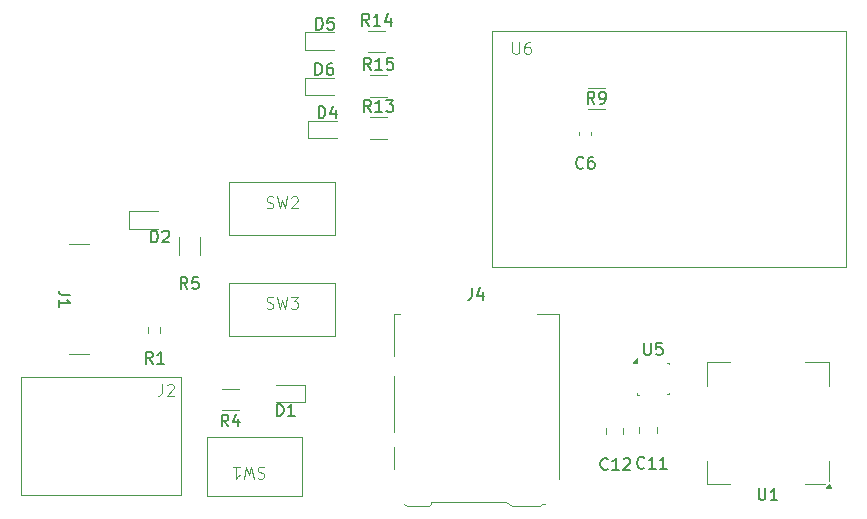
<source format=gto>
%TF.GenerationSoftware,KiCad,Pcbnew,8.0.6*%
%TF.CreationDate,2024-11-09T23:45:23+09:00*%
%TF.ProjectId,PCB,5043422e-6b69-4636-9164-5f7063625858,rev?*%
%TF.SameCoordinates,Original*%
%TF.FileFunction,Legend,Top*%
%TF.FilePolarity,Positive*%
%FSLAX46Y46*%
G04 Gerber Fmt 4.6, Leading zero omitted, Abs format (unit mm)*
G04 Created by KiCad (PCBNEW 8.0.6) date 2024-11-09 23:45:23*
%MOMM*%
%LPD*%
G01*
G04 APERTURE LIST*
%ADD10C,0.100000*%
%ADD11C,0.150000*%
%ADD12C,0.120000*%
G04 APERTURE END LIST*
D10*
X111333332Y-109740200D02*
X111190475Y-109692580D01*
X111190475Y-109692580D02*
X110952380Y-109692580D01*
X110952380Y-109692580D02*
X110857142Y-109740200D01*
X110857142Y-109740200D02*
X110809523Y-109787819D01*
X110809523Y-109787819D02*
X110761904Y-109883057D01*
X110761904Y-109883057D02*
X110761904Y-109978295D01*
X110761904Y-109978295D02*
X110809523Y-110073533D01*
X110809523Y-110073533D02*
X110857142Y-110121152D01*
X110857142Y-110121152D02*
X110952380Y-110168771D01*
X110952380Y-110168771D02*
X111142856Y-110216390D01*
X111142856Y-110216390D02*
X111238094Y-110264009D01*
X111238094Y-110264009D02*
X111285713Y-110311628D01*
X111285713Y-110311628D02*
X111333332Y-110406866D01*
X111333332Y-110406866D02*
X111333332Y-110502104D01*
X111333332Y-110502104D02*
X111285713Y-110597342D01*
X111285713Y-110597342D02*
X111238094Y-110644961D01*
X111238094Y-110644961D02*
X111142856Y-110692580D01*
X111142856Y-110692580D02*
X110904761Y-110692580D01*
X110904761Y-110692580D02*
X110761904Y-110644961D01*
X110428570Y-110692580D02*
X110190475Y-109692580D01*
X110190475Y-109692580D02*
X109999999Y-110406866D01*
X109999999Y-110406866D02*
X109809523Y-109692580D01*
X109809523Y-109692580D02*
X109571428Y-110692580D01*
X108666666Y-109692580D02*
X109238094Y-109692580D01*
X108952380Y-109692580D02*
X108952380Y-110692580D01*
X108952380Y-110692580D02*
X109047618Y-110549723D01*
X109047618Y-110549723D02*
X109142856Y-110454485D01*
X109142856Y-110454485D02*
X109238094Y-110406866D01*
D11*
X108283333Y-106274819D02*
X107950000Y-105798628D01*
X107711905Y-106274819D02*
X107711905Y-105274819D01*
X107711905Y-105274819D02*
X108092857Y-105274819D01*
X108092857Y-105274819D02*
X108188095Y-105322438D01*
X108188095Y-105322438D02*
X108235714Y-105370057D01*
X108235714Y-105370057D02*
X108283333Y-105465295D01*
X108283333Y-105465295D02*
X108283333Y-105608152D01*
X108283333Y-105608152D02*
X108235714Y-105703390D01*
X108235714Y-105703390D02*
X108188095Y-105751009D01*
X108188095Y-105751009D02*
X108092857Y-105798628D01*
X108092857Y-105798628D02*
X107711905Y-105798628D01*
X109140476Y-105608152D02*
X109140476Y-106274819D01*
X108902381Y-105227200D02*
X108664286Y-105941485D01*
X108664286Y-105941485D02*
X109283333Y-105941485D01*
X120207142Y-72334819D02*
X119873809Y-71858628D01*
X119635714Y-72334819D02*
X119635714Y-71334819D01*
X119635714Y-71334819D02*
X120016666Y-71334819D01*
X120016666Y-71334819D02*
X120111904Y-71382438D01*
X120111904Y-71382438D02*
X120159523Y-71430057D01*
X120159523Y-71430057D02*
X120207142Y-71525295D01*
X120207142Y-71525295D02*
X120207142Y-71668152D01*
X120207142Y-71668152D02*
X120159523Y-71763390D01*
X120159523Y-71763390D02*
X120111904Y-71811009D01*
X120111904Y-71811009D02*
X120016666Y-71858628D01*
X120016666Y-71858628D02*
X119635714Y-71858628D01*
X121159523Y-72334819D02*
X120588095Y-72334819D01*
X120873809Y-72334819D02*
X120873809Y-71334819D01*
X120873809Y-71334819D02*
X120778571Y-71477676D01*
X120778571Y-71477676D02*
X120683333Y-71572914D01*
X120683333Y-71572914D02*
X120588095Y-71620533D01*
X122016666Y-71668152D02*
X122016666Y-72334819D01*
X121778571Y-71287200D02*
X121540476Y-72001485D01*
X121540476Y-72001485D02*
X122159523Y-72001485D01*
X153188095Y-111504819D02*
X153188095Y-112314342D01*
X153188095Y-112314342D02*
X153235714Y-112409580D01*
X153235714Y-112409580D02*
X153283333Y-112457200D01*
X153283333Y-112457200D02*
X153378571Y-112504819D01*
X153378571Y-112504819D02*
X153569047Y-112504819D01*
X153569047Y-112504819D02*
X153664285Y-112457200D01*
X153664285Y-112457200D02*
X153711904Y-112409580D01*
X153711904Y-112409580D02*
X153759523Y-112314342D01*
X153759523Y-112314342D02*
X153759523Y-111504819D01*
X154759523Y-112504819D02*
X154188095Y-112504819D01*
X154473809Y-112504819D02*
X154473809Y-111504819D01*
X154473809Y-111504819D02*
X154378571Y-111647676D01*
X154378571Y-111647676D02*
X154283333Y-111742914D01*
X154283333Y-111742914D02*
X154188095Y-111790533D01*
D10*
X132338095Y-73732419D02*
X132338095Y-74541942D01*
X132338095Y-74541942D02*
X132385714Y-74637180D01*
X132385714Y-74637180D02*
X132433333Y-74684800D01*
X132433333Y-74684800D02*
X132528571Y-74732419D01*
X132528571Y-74732419D02*
X132719047Y-74732419D01*
X132719047Y-74732419D02*
X132814285Y-74684800D01*
X132814285Y-74684800D02*
X132861904Y-74637180D01*
X132861904Y-74637180D02*
X132909523Y-74541942D01*
X132909523Y-74541942D02*
X132909523Y-73732419D01*
X133814285Y-73732419D02*
X133623809Y-73732419D01*
X133623809Y-73732419D02*
X133528571Y-73780038D01*
X133528571Y-73780038D02*
X133480952Y-73827657D01*
X133480952Y-73827657D02*
X133385714Y-73970514D01*
X133385714Y-73970514D02*
X133338095Y-74160990D01*
X133338095Y-74160990D02*
X133338095Y-74541942D01*
X133338095Y-74541942D02*
X133385714Y-74637180D01*
X133385714Y-74637180D02*
X133433333Y-74684800D01*
X133433333Y-74684800D02*
X133528571Y-74732419D01*
X133528571Y-74732419D02*
X133719047Y-74732419D01*
X133719047Y-74732419D02*
X133814285Y-74684800D01*
X133814285Y-74684800D02*
X133861904Y-74637180D01*
X133861904Y-74637180D02*
X133909523Y-74541942D01*
X133909523Y-74541942D02*
X133909523Y-74303847D01*
X133909523Y-74303847D02*
X133861904Y-74208609D01*
X133861904Y-74208609D02*
X133814285Y-74160990D01*
X133814285Y-74160990D02*
X133719047Y-74113371D01*
X133719047Y-74113371D02*
X133528571Y-74113371D01*
X133528571Y-74113371D02*
X133433333Y-74160990D01*
X133433333Y-74160990D02*
X133385714Y-74208609D01*
X133385714Y-74208609D02*
X133338095Y-74303847D01*
D11*
X140407142Y-109859580D02*
X140359523Y-109907200D01*
X140359523Y-109907200D02*
X140216666Y-109954819D01*
X140216666Y-109954819D02*
X140121428Y-109954819D01*
X140121428Y-109954819D02*
X139978571Y-109907200D01*
X139978571Y-109907200D02*
X139883333Y-109811961D01*
X139883333Y-109811961D02*
X139835714Y-109716723D01*
X139835714Y-109716723D02*
X139788095Y-109526247D01*
X139788095Y-109526247D02*
X139788095Y-109383390D01*
X139788095Y-109383390D02*
X139835714Y-109192914D01*
X139835714Y-109192914D02*
X139883333Y-109097676D01*
X139883333Y-109097676D02*
X139978571Y-109002438D01*
X139978571Y-109002438D02*
X140121428Y-108954819D01*
X140121428Y-108954819D02*
X140216666Y-108954819D01*
X140216666Y-108954819D02*
X140359523Y-109002438D01*
X140359523Y-109002438D02*
X140407142Y-109050057D01*
X141359523Y-109954819D02*
X140788095Y-109954819D01*
X141073809Y-109954819D02*
X141073809Y-108954819D01*
X141073809Y-108954819D02*
X140978571Y-109097676D01*
X140978571Y-109097676D02*
X140883333Y-109192914D01*
X140883333Y-109192914D02*
X140788095Y-109240533D01*
X141740476Y-109050057D02*
X141788095Y-109002438D01*
X141788095Y-109002438D02*
X141883333Y-108954819D01*
X141883333Y-108954819D02*
X142121428Y-108954819D01*
X142121428Y-108954819D02*
X142216666Y-109002438D01*
X142216666Y-109002438D02*
X142264285Y-109050057D01*
X142264285Y-109050057D02*
X142311904Y-109145295D01*
X142311904Y-109145295D02*
X142311904Y-109240533D01*
X142311904Y-109240533D02*
X142264285Y-109383390D01*
X142264285Y-109383390D02*
X141692857Y-109954819D01*
X141692857Y-109954819D02*
X142311904Y-109954819D01*
X143507142Y-109759580D02*
X143459523Y-109807200D01*
X143459523Y-109807200D02*
X143316666Y-109854819D01*
X143316666Y-109854819D02*
X143221428Y-109854819D01*
X143221428Y-109854819D02*
X143078571Y-109807200D01*
X143078571Y-109807200D02*
X142983333Y-109711961D01*
X142983333Y-109711961D02*
X142935714Y-109616723D01*
X142935714Y-109616723D02*
X142888095Y-109426247D01*
X142888095Y-109426247D02*
X142888095Y-109283390D01*
X142888095Y-109283390D02*
X142935714Y-109092914D01*
X142935714Y-109092914D02*
X142983333Y-108997676D01*
X142983333Y-108997676D02*
X143078571Y-108902438D01*
X143078571Y-108902438D02*
X143221428Y-108854819D01*
X143221428Y-108854819D02*
X143316666Y-108854819D01*
X143316666Y-108854819D02*
X143459523Y-108902438D01*
X143459523Y-108902438D02*
X143507142Y-108950057D01*
X144459523Y-109854819D02*
X143888095Y-109854819D01*
X144173809Y-109854819D02*
X144173809Y-108854819D01*
X144173809Y-108854819D02*
X144078571Y-108997676D01*
X144078571Y-108997676D02*
X143983333Y-109092914D01*
X143983333Y-109092914D02*
X143888095Y-109140533D01*
X145411904Y-109854819D02*
X144840476Y-109854819D01*
X145126190Y-109854819D02*
X145126190Y-108854819D01*
X145126190Y-108854819D02*
X145030952Y-108997676D01*
X145030952Y-108997676D02*
X144935714Y-109092914D01*
X144935714Y-109092914D02*
X144840476Y-109140533D01*
X120357142Y-79634819D02*
X120023809Y-79158628D01*
X119785714Y-79634819D02*
X119785714Y-78634819D01*
X119785714Y-78634819D02*
X120166666Y-78634819D01*
X120166666Y-78634819D02*
X120261904Y-78682438D01*
X120261904Y-78682438D02*
X120309523Y-78730057D01*
X120309523Y-78730057D02*
X120357142Y-78825295D01*
X120357142Y-78825295D02*
X120357142Y-78968152D01*
X120357142Y-78968152D02*
X120309523Y-79063390D01*
X120309523Y-79063390D02*
X120261904Y-79111009D01*
X120261904Y-79111009D02*
X120166666Y-79158628D01*
X120166666Y-79158628D02*
X119785714Y-79158628D01*
X121309523Y-79634819D02*
X120738095Y-79634819D01*
X121023809Y-79634819D02*
X121023809Y-78634819D01*
X121023809Y-78634819D02*
X120928571Y-78777676D01*
X120928571Y-78777676D02*
X120833333Y-78872914D01*
X120833333Y-78872914D02*
X120738095Y-78920533D01*
X121642857Y-78634819D02*
X122261904Y-78634819D01*
X122261904Y-78634819D02*
X121928571Y-79015771D01*
X121928571Y-79015771D02*
X122071428Y-79015771D01*
X122071428Y-79015771D02*
X122166666Y-79063390D01*
X122166666Y-79063390D02*
X122214285Y-79111009D01*
X122214285Y-79111009D02*
X122261904Y-79206247D01*
X122261904Y-79206247D02*
X122261904Y-79444342D01*
X122261904Y-79444342D02*
X122214285Y-79539580D01*
X122214285Y-79539580D02*
X122166666Y-79587200D01*
X122166666Y-79587200D02*
X122071428Y-79634819D01*
X122071428Y-79634819D02*
X121785714Y-79634819D01*
X121785714Y-79634819D02*
X121690476Y-79587200D01*
X121690476Y-79587200D02*
X121642857Y-79539580D01*
X115661905Y-76524819D02*
X115661905Y-75524819D01*
X115661905Y-75524819D02*
X115900000Y-75524819D01*
X115900000Y-75524819D02*
X116042857Y-75572438D01*
X116042857Y-75572438D02*
X116138095Y-75667676D01*
X116138095Y-75667676D02*
X116185714Y-75762914D01*
X116185714Y-75762914D02*
X116233333Y-75953390D01*
X116233333Y-75953390D02*
X116233333Y-76096247D01*
X116233333Y-76096247D02*
X116185714Y-76286723D01*
X116185714Y-76286723D02*
X116138095Y-76381961D01*
X116138095Y-76381961D02*
X116042857Y-76477200D01*
X116042857Y-76477200D02*
X115900000Y-76524819D01*
X115900000Y-76524819D02*
X115661905Y-76524819D01*
X117090476Y-75524819D02*
X116900000Y-75524819D01*
X116900000Y-75524819D02*
X116804762Y-75572438D01*
X116804762Y-75572438D02*
X116757143Y-75620057D01*
X116757143Y-75620057D02*
X116661905Y-75762914D01*
X116661905Y-75762914D02*
X116614286Y-75953390D01*
X116614286Y-75953390D02*
X116614286Y-76334342D01*
X116614286Y-76334342D02*
X116661905Y-76429580D01*
X116661905Y-76429580D02*
X116709524Y-76477200D01*
X116709524Y-76477200D02*
X116804762Y-76524819D01*
X116804762Y-76524819D02*
X116995238Y-76524819D01*
X116995238Y-76524819D02*
X117090476Y-76477200D01*
X117090476Y-76477200D02*
X117138095Y-76429580D01*
X117138095Y-76429580D02*
X117185714Y-76334342D01*
X117185714Y-76334342D02*
X117185714Y-76096247D01*
X117185714Y-76096247D02*
X117138095Y-76001009D01*
X117138095Y-76001009D02*
X117090476Y-75953390D01*
X117090476Y-75953390D02*
X116995238Y-75905771D01*
X116995238Y-75905771D02*
X116804762Y-75905771D01*
X116804762Y-75905771D02*
X116709524Y-75953390D01*
X116709524Y-75953390D02*
X116661905Y-76001009D01*
X116661905Y-76001009D02*
X116614286Y-76096247D01*
D10*
X111516667Y-87759800D02*
X111659524Y-87807419D01*
X111659524Y-87807419D02*
X111897619Y-87807419D01*
X111897619Y-87807419D02*
X111992857Y-87759800D01*
X111992857Y-87759800D02*
X112040476Y-87712180D01*
X112040476Y-87712180D02*
X112088095Y-87616942D01*
X112088095Y-87616942D02*
X112088095Y-87521704D01*
X112088095Y-87521704D02*
X112040476Y-87426466D01*
X112040476Y-87426466D02*
X111992857Y-87378847D01*
X111992857Y-87378847D02*
X111897619Y-87331228D01*
X111897619Y-87331228D02*
X111707143Y-87283609D01*
X111707143Y-87283609D02*
X111611905Y-87235990D01*
X111611905Y-87235990D02*
X111564286Y-87188371D01*
X111564286Y-87188371D02*
X111516667Y-87093133D01*
X111516667Y-87093133D02*
X111516667Y-86997895D01*
X111516667Y-86997895D02*
X111564286Y-86902657D01*
X111564286Y-86902657D02*
X111611905Y-86855038D01*
X111611905Y-86855038D02*
X111707143Y-86807419D01*
X111707143Y-86807419D02*
X111945238Y-86807419D01*
X111945238Y-86807419D02*
X112088095Y-86855038D01*
X112421429Y-86807419D02*
X112659524Y-87807419D01*
X112659524Y-87807419D02*
X112850000Y-87093133D01*
X112850000Y-87093133D02*
X113040476Y-87807419D01*
X113040476Y-87807419D02*
X113278572Y-86807419D01*
X113611905Y-86902657D02*
X113659524Y-86855038D01*
X113659524Y-86855038D02*
X113754762Y-86807419D01*
X113754762Y-86807419D02*
X113992857Y-86807419D01*
X113992857Y-86807419D02*
X114088095Y-86855038D01*
X114088095Y-86855038D02*
X114135714Y-86902657D01*
X114135714Y-86902657D02*
X114183333Y-86997895D01*
X114183333Y-86997895D02*
X114183333Y-87093133D01*
X114183333Y-87093133D02*
X114135714Y-87235990D01*
X114135714Y-87235990D02*
X113564286Y-87807419D01*
X113564286Y-87807419D02*
X114183333Y-87807419D01*
D11*
X112386905Y-105384819D02*
X112386905Y-104384819D01*
X112386905Y-104384819D02*
X112625000Y-104384819D01*
X112625000Y-104384819D02*
X112767857Y-104432438D01*
X112767857Y-104432438D02*
X112863095Y-104527676D01*
X112863095Y-104527676D02*
X112910714Y-104622914D01*
X112910714Y-104622914D02*
X112958333Y-104813390D01*
X112958333Y-104813390D02*
X112958333Y-104956247D01*
X112958333Y-104956247D02*
X112910714Y-105146723D01*
X112910714Y-105146723D02*
X112863095Y-105241961D01*
X112863095Y-105241961D02*
X112767857Y-105337200D01*
X112767857Y-105337200D02*
X112625000Y-105384819D01*
X112625000Y-105384819D02*
X112386905Y-105384819D01*
X113910714Y-105384819D02*
X113339286Y-105384819D01*
X113625000Y-105384819D02*
X113625000Y-104384819D01*
X113625000Y-104384819D02*
X113529762Y-104527676D01*
X113529762Y-104527676D02*
X113434524Y-104622914D01*
X113434524Y-104622914D02*
X113339286Y-104670533D01*
X115711905Y-72674819D02*
X115711905Y-71674819D01*
X115711905Y-71674819D02*
X115950000Y-71674819D01*
X115950000Y-71674819D02*
X116092857Y-71722438D01*
X116092857Y-71722438D02*
X116188095Y-71817676D01*
X116188095Y-71817676D02*
X116235714Y-71912914D01*
X116235714Y-71912914D02*
X116283333Y-72103390D01*
X116283333Y-72103390D02*
X116283333Y-72246247D01*
X116283333Y-72246247D02*
X116235714Y-72436723D01*
X116235714Y-72436723D02*
X116188095Y-72531961D01*
X116188095Y-72531961D02*
X116092857Y-72627200D01*
X116092857Y-72627200D02*
X115950000Y-72674819D01*
X115950000Y-72674819D02*
X115711905Y-72674819D01*
X117188095Y-71674819D02*
X116711905Y-71674819D01*
X116711905Y-71674819D02*
X116664286Y-72151009D01*
X116664286Y-72151009D02*
X116711905Y-72103390D01*
X116711905Y-72103390D02*
X116807143Y-72055771D01*
X116807143Y-72055771D02*
X117045238Y-72055771D01*
X117045238Y-72055771D02*
X117140476Y-72103390D01*
X117140476Y-72103390D02*
X117188095Y-72151009D01*
X117188095Y-72151009D02*
X117235714Y-72246247D01*
X117235714Y-72246247D02*
X117235714Y-72484342D01*
X117235714Y-72484342D02*
X117188095Y-72579580D01*
X117188095Y-72579580D02*
X117140476Y-72627200D01*
X117140476Y-72627200D02*
X117045238Y-72674819D01*
X117045238Y-72674819D02*
X116807143Y-72674819D01*
X116807143Y-72674819D02*
X116711905Y-72627200D01*
X116711905Y-72627200D02*
X116664286Y-72579580D01*
X128916666Y-94554819D02*
X128916666Y-95269104D01*
X128916666Y-95269104D02*
X128869047Y-95411961D01*
X128869047Y-95411961D02*
X128773809Y-95507200D01*
X128773809Y-95507200D02*
X128630952Y-95554819D01*
X128630952Y-95554819D02*
X128535714Y-95554819D01*
X129821428Y-94888152D02*
X129821428Y-95554819D01*
X129583333Y-94507200D02*
X129345238Y-95221485D01*
X129345238Y-95221485D02*
X129964285Y-95221485D01*
X104823333Y-94644819D02*
X104490000Y-94168628D01*
X104251905Y-94644819D02*
X104251905Y-93644819D01*
X104251905Y-93644819D02*
X104632857Y-93644819D01*
X104632857Y-93644819D02*
X104728095Y-93692438D01*
X104728095Y-93692438D02*
X104775714Y-93740057D01*
X104775714Y-93740057D02*
X104823333Y-93835295D01*
X104823333Y-93835295D02*
X104823333Y-93978152D01*
X104823333Y-93978152D02*
X104775714Y-94073390D01*
X104775714Y-94073390D02*
X104728095Y-94121009D01*
X104728095Y-94121009D02*
X104632857Y-94168628D01*
X104632857Y-94168628D02*
X104251905Y-94168628D01*
X105728095Y-93644819D02*
X105251905Y-93644819D01*
X105251905Y-93644819D02*
X105204286Y-94121009D01*
X105204286Y-94121009D02*
X105251905Y-94073390D01*
X105251905Y-94073390D02*
X105347143Y-94025771D01*
X105347143Y-94025771D02*
X105585238Y-94025771D01*
X105585238Y-94025771D02*
X105680476Y-94073390D01*
X105680476Y-94073390D02*
X105728095Y-94121009D01*
X105728095Y-94121009D02*
X105775714Y-94216247D01*
X105775714Y-94216247D02*
X105775714Y-94454342D01*
X105775714Y-94454342D02*
X105728095Y-94549580D01*
X105728095Y-94549580D02*
X105680476Y-94597200D01*
X105680476Y-94597200D02*
X105585238Y-94644819D01*
X105585238Y-94644819D02*
X105347143Y-94644819D01*
X105347143Y-94644819D02*
X105251905Y-94597200D01*
X105251905Y-94597200D02*
X105204286Y-94549580D01*
X101883333Y-100954819D02*
X101550000Y-100478628D01*
X101311905Y-100954819D02*
X101311905Y-99954819D01*
X101311905Y-99954819D02*
X101692857Y-99954819D01*
X101692857Y-99954819D02*
X101788095Y-100002438D01*
X101788095Y-100002438D02*
X101835714Y-100050057D01*
X101835714Y-100050057D02*
X101883333Y-100145295D01*
X101883333Y-100145295D02*
X101883333Y-100288152D01*
X101883333Y-100288152D02*
X101835714Y-100383390D01*
X101835714Y-100383390D02*
X101788095Y-100431009D01*
X101788095Y-100431009D02*
X101692857Y-100478628D01*
X101692857Y-100478628D02*
X101311905Y-100478628D01*
X102835714Y-100954819D02*
X102264286Y-100954819D01*
X102550000Y-100954819D02*
X102550000Y-99954819D01*
X102550000Y-99954819D02*
X102454762Y-100097676D01*
X102454762Y-100097676D02*
X102359524Y-100192914D01*
X102359524Y-100192914D02*
X102264286Y-100240533D01*
X101741905Y-90694819D02*
X101741905Y-89694819D01*
X101741905Y-89694819D02*
X101980000Y-89694819D01*
X101980000Y-89694819D02*
X102122857Y-89742438D01*
X102122857Y-89742438D02*
X102218095Y-89837676D01*
X102218095Y-89837676D02*
X102265714Y-89932914D01*
X102265714Y-89932914D02*
X102313333Y-90123390D01*
X102313333Y-90123390D02*
X102313333Y-90266247D01*
X102313333Y-90266247D02*
X102265714Y-90456723D01*
X102265714Y-90456723D02*
X102218095Y-90551961D01*
X102218095Y-90551961D02*
X102122857Y-90647200D01*
X102122857Y-90647200D02*
X101980000Y-90694819D01*
X101980000Y-90694819D02*
X101741905Y-90694819D01*
X102694286Y-89790057D02*
X102741905Y-89742438D01*
X102741905Y-89742438D02*
X102837143Y-89694819D01*
X102837143Y-89694819D02*
X103075238Y-89694819D01*
X103075238Y-89694819D02*
X103170476Y-89742438D01*
X103170476Y-89742438D02*
X103218095Y-89790057D01*
X103218095Y-89790057D02*
X103265714Y-89885295D01*
X103265714Y-89885295D02*
X103265714Y-89980533D01*
X103265714Y-89980533D02*
X103218095Y-90123390D01*
X103218095Y-90123390D02*
X102646667Y-90694819D01*
X102646667Y-90694819D02*
X103265714Y-90694819D01*
D10*
X111516667Y-96259800D02*
X111659524Y-96307419D01*
X111659524Y-96307419D02*
X111897619Y-96307419D01*
X111897619Y-96307419D02*
X111992857Y-96259800D01*
X111992857Y-96259800D02*
X112040476Y-96212180D01*
X112040476Y-96212180D02*
X112088095Y-96116942D01*
X112088095Y-96116942D02*
X112088095Y-96021704D01*
X112088095Y-96021704D02*
X112040476Y-95926466D01*
X112040476Y-95926466D02*
X111992857Y-95878847D01*
X111992857Y-95878847D02*
X111897619Y-95831228D01*
X111897619Y-95831228D02*
X111707143Y-95783609D01*
X111707143Y-95783609D02*
X111611905Y-95735990D01*
X111611905Y-95735990D02*
X111564286Y-95688371D01*
X111564286Y-95688371D02*
X111516667Y-95593133D01*
X111516667Y-95593133D02*
X111516667Y-95497895D01*
X111516667Y-95497895D02*
X111564286Y-95402657D01*
X111564286Y-95402657D02*
X111611905Y-95355038D01*
X111611905Y-95355038D02*
X111707143Y-95307419D01*
X111707143Y-95307419D02*
X111945238Y-95307419D01*
X111945238Y-95307419D02*
X112088095Y-95355038D01*
X112421429Y-95307419D02*
X112659524Y-96307419D01*
X112659524Y-96307419D02*
X112850000Y-95593133D01*
X112850000Y-95593133D02*
X113040476Y-96307419D01*
X113040476Y-96307419D02*
X113278572Y-95307419D01*
X113564286Y-95307419D02*
X114183333Y-95307419D01*
X114183333Y-95307419D02*
X113850000Y-95688371D01*
X113850000Y-95688371D02*
X113992857Y-95688371D01*
X113992857Y-95688371D02*
X114088095Y-95735990D01*
X114088095Y-95735990D02*
X114135714Y-95783609D01*
X114135714Y-95783609D02*
X114183333Y-95878847D01*
X114183333Y-95878847D02*
X114183333Y-96116942D01*
X114183333Y-96116942D02*
X114135714Y-96212180D01*
X114135714Y-96212180D02*
X114088095Y-96259800D01*
X114088095Y-96259800D02*
X113992857Y-96307419D01*
X113992857Y-96307419D02*
X113707143Y-96307419D01*
X113707143Y-96307419D02*
X113611905Y-96259800D01*
X113611905Y-96259800D02*
X113564286Y-96212180D01*
X102666666Y-102707419D02*
X102666666Y-103421704D01*
X102666666Y-103421704D02*
X102619047Y-103564561D01*
X102619047Y-103564561D02*
X102523809Y-103659800D01*
X102523809Y-103659800D02*
X102380952Y-103707419D01*
X102380952Y-103707419D02*
X102285714Y-103707419D01*
X103095238Y-102802657D02*
X103142857Y-102755038D01*
X103142857Y-102755038D02*
X103238095Y-102707419D01*
X103238095Y-102707419D02*
X103476190Y-102707419D01*
X103476190Y-102707419D02*
X103571428Y-102755038D01*
X103571428Y-102755038D02*
X103619047Y-102802657D01*
X103619047Y-102802657D02*
X103666666Y-102897895D01*
X103666666Y-102897895D02*
X103666666Y-102993133D01*
X103666666Y-102993133D02*
X103619047Y-103135990D01*
X103619047Y-103135990D02*
X103047619Y-103707419D01*
X103047619Y-103707419D02*
X103666666Y-103707419D01*
D11*
X139283333Y-78954819D02*
X138950000Y-78478628D01*
X138711905Y-78954819D02*
X138711905Y-77954819D01*
X138711905Y-77954819D02*
X139092857Y-77954819D01*
X139092857Y-77954819D02*
X139188095Y-78002438D01*
X139188095Y-78002438D02*
X139235714Y-78050057D01*
X139235714Y-78050057D02*
X139283333Y-78145295D01*
X139283333Y-78145295D02*
X139283333Y-78288152D01*
X139283333Y-78288152D02*
X139235714Y-78383390D01*
X139235714Y-78383390D02*
X139188095Y-78431009D01*
X139188095Y-78431009D02*
X139092857Y-78478628D01*
X139092857Y-78478628D02*
X138711905Y-78478628D01*
X139759524Y-78954819D02*
X139950000Y-78954819D01*
X139950000Y-78954819D02*
X140045238Y-78907200D01*
X140045238Y-78907200D02*
X140092857Y-78859580D01*
X140092857Y-78859580D02*
X140188095Y-78716723D01*
X140188095Y-78716723D02*
X140235714Y-78526247D01*
X140235714Y-78526247D02*
X140235714Y-78145295D01*
X140235714Y-78145295D02*
X140188095Y-78050057D01*
X140188095Y-78050057D02*
X140140476Y-78002438D01*
X140140476Y-78002438D02*
X140045238Y-77954819D01*
X140045238Y-77954819D02*
X139854762Y-77954819D01*
X139854762Y-77954819D02*
X139759524Y-78002438D01*
X139759524Y-78002438D02*
X139711905Y-78050057D01*
X139711905Y-78050057D02*
X139664286Y-78145295D01*
X139664286Y-78145295D02*
X139664286Y-78383390D01*
X139664286Y-78383390D02*
X139711905Y-78478628D01*
X139711905Y-78478628D02*
X139759524Y-78526247D01*
X139759524Y-78526247D02*
X139854762Y-78573866D01*
X139854762Y-78573866D02*
X140045238Y-78573866D01*
X140045238Y-78573866D02*
X140140476Y-78526247D01*
X140140476Y-78526247D02*
X140188095Y-78478628D01*
X140188095Y-78478628D02*
X140235714Y-78383390D01*
X138333333Y-84359580D02*
X138285714Y-84407200D01*
X138285714Y-84407200D02*
X138142857Y-84454819D01*
X138142857Y-84454819D02*
X138047619Y-84454819D01*
X138047619Y-84454819D02*
X137904762Y-84407200D01*
X137904762Y-84407200D02*
X137809524Y-84311961D01*
X137809524Y-84311961D02*
X137761905Y-84216723D01*
X137761905Y-84216723D02*
X137714286Y-84026247D01*
X137714286Y-84026247D02*
X137714286Y-83883390D01*
X137714286Y-83883390D02*
X137761905Y-83692914D01*
X137761905Y-83692914D02*
X137809524Y-83597676D01*
X137809524Y-83597676D02*
X137904762Y-83502438D01*
X137904762Y-83502438D02*
X138047619Y-83454819D01*
X138047619Y-83454819D02*
X138142857Y-83454819D01*
X138142857Y-83454819D02*
X138285714Y-83502438D01*
X138285714Y-83502438D02*
X138333333Y-83550057D01*
X139190476Y-83454819D02*
X139000000Y-83454819D01*
X139000000Y-83454819D02*
X138904762Y-83502438D01*
X138904762Y-83502438D02*
X138857143Y-83550057D01*
X138857143Y-83550057D02*
X138761905Y-83692914D01*
X138761905Y-83692914D02*
X138714286Y-83883390D01*
X138714286Y-83883390D02*
X138714286Y-84264342D01*
X138714286Y-84264342D02*
X138761905Y-84359580D01*
X138761905Y-84359580D02*
X138809524Y-84407200D01*
X138809524Y-84407200D02*
X138904762Y-84454819D01*
X138904762Y-84454819D02*
X139095238Y-84454819D01*
X139095238Y-84454819D02*
X139190476Y-84407200D01*
X139190476Y-84407200D02*
X139238095Y-84359580D01*
X139238095Y-84359580D02*
X139285714Y-84264342D01*
X139285714Y-84264342D02*
X139285714Y-84026247D01*
X139285714Y-84026247D02*
X139238095Y-83931009D01*
X139238095Y-83931009D02*
X139190476Y-83883390D01*
X139190476Y-83883390D02*
X139095238Y-83835771D01*
X139095238Y-83835771D02*
X138904762Y-83835771D01*
X138904762Y-83835771D02*
X138809524Y-83883390D01*
X138809524Y-83883390D02*
X138761905Y-83931009D01*
X138761905Y-83931009D02*
X138714286Y-84026247D01*
X120357142Y-76084819D02*
X120023809Y-75608628D01*
X119785714Y-76084819D02*
X119785714Y-75084819D01*
X119785714Y-75084819D02*
X120166666Y-75084819D01*
X120166666Y-75084819D02*
X120261904Y-75132438D01*
X120261904Y-75132438D02*
X120309523Y-75180057D01*
X120309523Y-75180057D02*
X120357142Y-75275295D01*
X120357142Y-75275295D02*
X120357142Y-75418152D01*
X120357142Y-75418152D02*
X120309523Y-75513390D01*
X120309523Y-75513390D02*
X120261904Y-75561009D01*
X120261904Y-75561009D02*
X120166666Y-75608628D01*
X120166666Y-75608628D02*
X119785714Y-75608628D01*
X121309523Y-76084819D02*
X120738095Y-76084819D01*
X121023809Y-76084819D02*
X121023809Y-75084819D01*
X121023809Y-75084819D02*
X120928571Y-75227676D01*
X120928571Y-75227676D02*
X120833333Y-75322914D01*
X120833333Y-75322914D02*
X120738095Y-75370533D01*
X122214285Y-75084819D02*
X121738095Y-75084819D01*
X121738095Y-75084819D02*
X121690476Y-75561009D01*
X121690476Y-75561009D02*
X121738095Y-75513390D01*
X121738095Y-75513390D02*
X121833333Y-75465771D01*
X121833333Y-75465771D02*
X122071428Y-75465771D01*
X122071428Y-75465771D02*
X122166666Y-75513390D01*
X122166666Y-75513390D02*
X122214285Y-75561009D01*
X122214285Y-75561009D02*
X122261904Y-75656247D01*
X122261904Y-75656247D02*
X122261904Y-75894342D01*
X122261904Y-75894342D02*
X122214285Y-75989580D01*
X122214285Y-75989580D02*
X122166666Y-76037200D01*
X122166666Y-76037200D02*
X122071428Y-76084819D01*
X122071428Y-76084819D02*
X121833333Y-76084819D01*
X121833333Y-76084819D02*
X121738095Y-76037200D01*
X121738095Y-76037200D02*
X121690476Y-75989580D01*
X143478095Y-99214819D02*
X143478095Y-100024342D01*
X143478095Y-100024342D02*
X143525714Y-100119580D01*
X143525714Y-100119580D02*
X143573333Y-100167200D01*
X143573333Y-100167200D02*
X143668571Y-100214819D01*
X143668571Y-100214819D02*
X143859047Y-100214819D01*
X143859047Y-100214819D02*
X143954285Y-100167200D01*
X143954285Y-100167200D02*
X144001904Y-100119580D01*
X144001904Y-100119580D02*
X144049523Y-100024342D01*
X144049523Y-100024342D02*
X144049523Y-99214819D01*
X145001904Y-99214819D02*
X144525714Y-99214819D01*
X144525714Y-99214819D02*
X144478095Y-99691009D01*
X144478095Y-99691009D02*
X144525714Y-99643390D01*
X144525714Y-99643390D02*
X144620952Y-99595771D01*
X144620952Y-99595771D02*
X144859047Y-99595771D01*
X144859047Y-99595771D02*
X144954285Y-99643390D01*
X144954285Y-99643390D02*
X145001904Y-99691009D01*
X145001904Y-99691009D02*
X145049523Y-99786247D01*
X145049523Y-99786247D02*
X145049523Y-100024342D01*
X145049523Y-100024342D02*
X145001904Y-100119580D01*
X145001904Y-100119580D02*
X144954285Y-100167200D01*
X144954285Y-100167200D02*
X144859047Y-100214819D01*
X144859047Y-100214819D02*
X144620952Y-100214819D01*
X144620952Y-100214819D02*
X144525714Y-100167200D01*
X144525714Y-100167200D02*
X144478095Y-100119580D01*
X94905180Y-95156666D02*
X94190895Y-95156666D01*
X94190895Y-95156666D02*
X94048038Y-95109047D01*
X94048038Y-95109047D02*
X93952800Y-95013809D01*
X93952800Y-95013809D02*
X93905180Y-94870952D01*
X93905180Y-94870952D02*
X93905180Y-94775714D01*
X93905180Y-96156666D02*
X93905180Y-95585238D01*
X93905180Y-95870952D02*
X94905180Y-95870952D01*
X94905180Y-95870952D02*
X94762323Y-95775714D01*
X94762323Y-95775714D02*
X94667085Y-95680476D01*
X94667085Y-95680476D02*
X94619466Y-95585238D01*
X115936905Y-80174819D02*
X115936905Y-79174819D01*
X115936905Y-79174819D02*
X116175000Y-79174819D01*
X116175000Y-79174819D02*
X116317857Y-79222438D01*
X116317857Y-79222438D02*
X116413095Y-79317676D01*
X116413095Y-79317676D02*
X116460714Y-79412914D01*
X116460714Y-79412914D02*
X116508333Y-79603390D01*
X116508333Y-79603390D02*
X116508333Y-79746247D01*
X116508333Y-79746247D02*
X116460714Y-79936723D01*
X116460714Y-79936723D02*
X116413095Y-80031961D01*
X116413095Y-80031961D02*
X116317857Y-80127200D01*
X116317857Y-80127200D02*
X116175000Y-80174819D01*
X116175000Y-80174819D02*
X115936905Y-80174819D01*
X117365476Y-79508152D02*
X117365476Y-80174819D01*
X117127381Y-79127200D02*
X116889286Y-79841485D01*
X116889286Y-79841485D02*
X117508333Y-79841485D01*
D10*
%TO.C,SW1*%
X106500000Y-107150000D02*
X114500000Y-107150000D01*
X106500000Y-112150000D02*
X106500000Y-107150000D01*
X114500000Y-107150000D02*
X114500000Y-112150000D01*
X114500000Y-112150000D02*
X106500000Y-112150000D01*
D12*
%TO.C,R4*%
X109177064Y-103090000D02*
X107722936Y-103090000D01*
X109177064Y-104910000D02*
X107722936Y-104910000D01*
%TO.C,R14*%
X120122936Y-72790000D02*
X121577064Y-72790000D01*
X120122936Y-74610000D02*
X121577064Y-74610000D01*
%TO.C,U1*%
X148790000Y-100840000D02*
X148790000Y-102815000D01*
X148790000Y-111160000D02*
X148790000Y-109185000D01*
X150765000Y-100840000D02*
X148790000Y-100840000D01*
X150765000Y-111160000D02*
X148790000Y-111160000D01*
X157135000Y-100840000D02*
X159110000Y-100840000D01*
X157135000Y-111160000D02*
X158810000Y-111160000D01*
X159110000Y-100840000D02*
X159110000Y-102815000D01*
X159110000Y-109185000D02*
X159110000Y-110920000D01*
X159350000Y-111490000D02*
X158870000Y-111490000D01*
X159110000Y-111160000D01*
X159350000Y-111490000D01*
G36*
X159350000Y-111490000D02*
G01*
X158870000Y-111490000D01*
X159110000Y-111160000D01*
X159350000Y-111490000D01*
G37*
D10*
%TO.C,U6*%
X130600000Y-72775000D02*
X130600000Y-92775000D01*
X130600000Y-92775000D02*
X160600000Y-92775000D01*
X160600000Y-72775000D02*
X130600000Y-72775000D01*
X160600000Y-92775000D02*
X160600000Y-72775000D01*
D12*
%TO.C,C12*%
X140265000Y-106438748D02*
X140265000Y-106961252D01*
X141735000Y-106438748D02*
X141735000Y-106961252D01*
%TO.C,C11*%
X143065000Y-106338748D02*
X143065000Y-106861252D01*
X144535000Y-106338748D02*
X144535000Y-106861252D01*
%TO.C,R13*%
X120272936Y-80090000D02*
X121727064Y-80090000D01*
X120272936Y-81910000D02*
X121727064Y-81910000D01*
%TO.C,D6*%
X114740000Y-76765000D02*
X114740000Y-78235000D01*
X114740000Y-78235000D02*
X117200000Y-78235000D01*
X117200000Y-76765000D02*
X114740000Y-76765000D01*
D10*
%TO.C,SW2*%
X108350000Y-85600000D02*
X109350000Y-85600000D01*
X108350000Y-90100000D02*
X108350000Y-85600000D01*
X109350000Y-85600000D02*
X117350000Y-85600000D01*
X117350000Y-85600000D02*
X117350000Y-90100000D01*
X117350000Y-90100000D02*
X108350000Y-90100000D01*
D12*
%TO.C,D1*%
X112325000Y-104235000D02*
X114785000Y-104235000D01*
X114785000Y-102765000D02*
X112325000Y-102765000D01*
X114785000Y-104235000D02*
X114785000Y-102765000D01*
%TO.C,D5*%
X114790000Y-72915000D02*
X114790000Y-74385000D01*
X114790000Y-74385000D02*
X117250000Y-74385000D01*
X117250000Y-72915000D02*
X114790000Y-72915000D01*
%TO.C,J4*%
X122350000Y-96740000D02*
X122350000Y-100350000D01*
X122350000Y-102050000D02*
X122350000Y-106750000D01*
X122350000Y-108050000D02*
X122350000Y-109850000D01*
X122800000Y-96740000D02*
X122350000Y-96740000D01*
X123380000Y-113010000D02*
X123180000Y-112810000D01*
X123380000Y-113010000D02*
X125240000Y-113010000D01*
X125240000Y-113010000D02*
X125450000Y-112810000D01*
X125450000Y-112660000D02*
X125450000Y-112810000D01*
X125450000Y-112660000D02*
X131820000Y-112660000D01*
X132330000Y-113010000D02*
X131820000Y-112660000D01*
X134400000Y-96740000D02*
X136320000Y-96740000D01*
X134640000Y-113010000D02*
X132330000Y-113010000D01*
X134640000Y-113010000D02*
X134840000Y-112810000D01*
X134840000Y-112810000D02*
X135100000Y-112810000D01*
X136320000Y-96740000D02*
X136320000Y-110750000D01*
%TO.C,R5*%
X104090000Y-90272936D02*
X104090000Y-91727064D01*
X105910000Y-90272936D02*
X105910000Y-91727064D01*
%TO.C,R1*%
X101477500Y-97832776D02*
X101477500Y-98342224D01*
X102522500Y-97832776D02*
X102522500Y-98342224D01*
%TO.C,D2*%
X99835000Y-88055000D02*
X99835000Y-89525000D01*
X99835000Y-89525000D02*
X102295000Y-89525000D01*
X102295000Y-88055000D02*
X99835000Y-88055000D01*
D10*
%TO.C,SW3*%
X108350000Y-94100000D02*
X109350000Y-94100000D01*
X108350000Y-98600000D02*
X108350000Y-94100000D01*
X109350000Y-94100000D02*
X117350000Y-94100000D01*
X117350000Y-94100000D02*
X117350000Y-98600000D01*
X117350000Y-98600000D02*
X108350000Y-98600000D01*
%TO.C,J2*%
X90750000Y-102125000D02*
X90750000Y-112125000D01*
X90750000Y-112125000D02*
X104250000Y-112125000D01*
X104250000Y-102125000D02*
X90750000Y-102125000D01*
X104250000Y-107125000D02*
X104250000Y-102125000D01*
X104250000Y-112125000D02*
X104250000Y-107125000D01*
D12*
%TO.C,R9*%
X138722936Y-77590000D02*
X140177064Y-77590000D01*
X138722936Y-79410000D02*
X140177064Y-79410000D01*
%TO.C,C6*%
X137990000Y-81353733D02*
X137990000Y-81646267D01*
X139010000Y-81353733D02*
X139010000Y-81646267D01*
%TO.C,R15*%
X120272936Y-76540000D02*
X121727064Y-76540000D01*
X120272936Y-78360000D02*
X121727064Y-78360000D01*
D10*
%TO.C,U5*%
X142875000Y-103575000D02*
X142875000Y-103425000D01*
X142875000Y-103585000D02*
X143025000Y-103585000D01*
X145425000Y-100875000D02*
X145575000Y-100875000D01*
X145575000Y-100875000D02*
X145575000Y-101025000D01*
X145575000Y-103575000D02*
X145425000Y-103575000D01*
X145575000Y-103575000D02*
X145575000Y-103425000D01*
D12*
X142875000Y-100875000D02*
X142515000Y-100875000D01*
X142875000Y-100515000D01*
X142875000Y-100875000D01*
G36*
X142875000Y-100875000D02*
G01*
X142515000Y-100875000D01*
X142875000Y-100515000D01*
X142875000Y-100875000D01*
G37*
%TO.C,J1*%
X94780000Y-90820000D02*
X96480000Y-90820000D01*
X94780000Y-100160000D02*
X96480000Y-100160000D01*
%TO.C,D4*%
X115015000Y-80415000D02*
X115015000Y-81885000D01*
X115015000Y-81885000D02*
X117475000Y-81885000D01*
X117475000Y-80415000D02*
X115015000Y-80415000D01*
%TD*%
M02*

</source>
